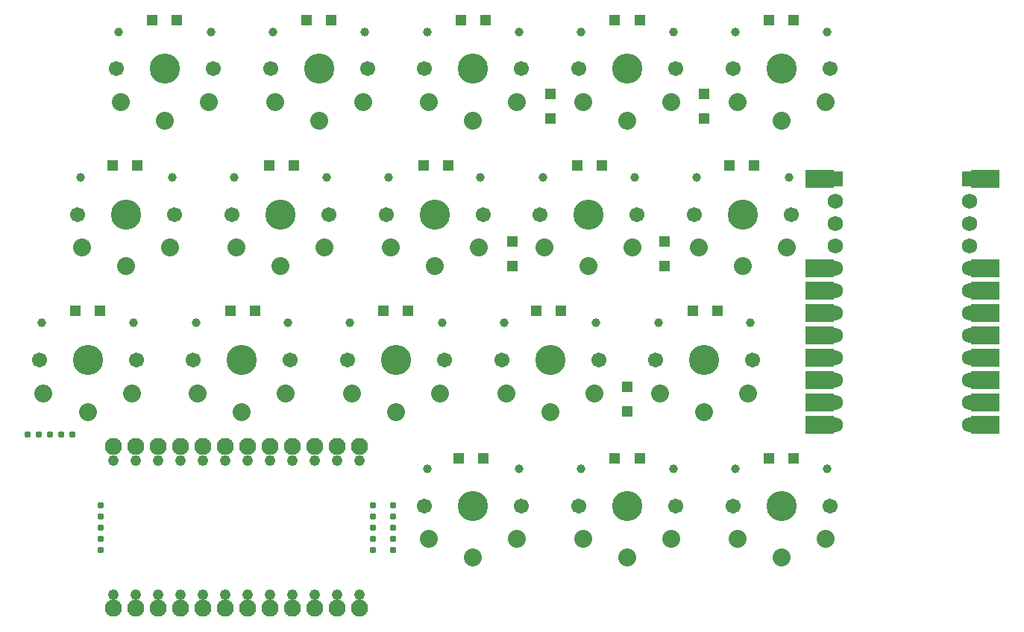
<source format=gbr>
%TF.GenerationSoftware,KiCad,Pcbnew,7.0.0-da2b9df05c~163~ubuntu22.04.1*%
%TF.CreationDate,2023-03-03T11:43:54-08:00*%
%TF.ProjectId,split-single,73706c69-742d-4736-996e-676c652e6b69,rev?*%
%TF.SameCoordinates,Original*%
%TF.FileFunction,Soldermask,Bot*%
%TF.FilePolarity,Negative*%
%FSLAX46Y46*%
G04 Gerber Fmt 4.6, Leading zero omitted, Abs format (unit mm)*
G04 Created by KiCad (PCBNEW 7.0.0-da2b9df05c~163~ubuntu22.04.1) date 2023-03-03 11:43:54*
%MOMM*%
%LPD*%
G01*
G04 APERTURE LIST*
%ADD10R,1.200000X1.200000*%
%ADD11C,1.701800*%
%ADD12C,0.990600*%
%ADD13C,3.429000*%
%ADD14C,2.032000*%
%ADD15C,1.219200*%
%ADD16C,1.953200*%
%ADD17C,0.787400*%
%ADD18C,1.752600*%
%ADD19R,1.752600X1.752600*%
%ADD20R,3.250000X2.000000*%
G04 APERTURE END LIST*
D10*
%TO.C,D16*%
X79849999Y-56499999D03*
X82649999Y-56499999D03*
%TD*%
%TO.C,D9*%
X66849999Y-39999999D03*
X69649999Y-39999999D03*
%TD*%
%TO.C,D5*%
X106099999Y-23499999D03*
X108899999Y-23499999D03*
%TD*%
%TO.C,D8*%
X49099999Y-39999999D03*
X51899999Y-39999999D03*
%TD*%
D11*
%TO.C,SW1*%
X49500000Y-29000000D03*
D12*
X49780000Y-24800000D03*
D13*
X55000000Y-29000000D03*
D12*
X60220000Y-24800000D03*
D11*
X60500000Y-29000000D03*
D14*
X55000000Y-34900000D03*
X50000000Y-32800000D03*
X60000000Y-32800000D03*
%TD*%
D10*
%TO.C,D21*%
X88349999Y-73249999D03*
X91149999Y-73249999D03*
%TD*%
%TO.C,D25*%
X94499999Y-51399999D03*
X94499999Y-48599999D03*
%TD*%
%TO.C,D11*%
X101849999Y-39999999D03*
X104649999Y-39999999D03*
%TD*%
%TO.C,D19*%
X98749999Y-34649999D03*
X98749999Y-31849999D03*
%TD*%
%TO.C,D12*%
X119099999Y-39999999D03*
X121899999Y-39999999D03*
%TD*%
%TO.C,D10*%
X84349999Y-39999999D03*
X87149999Y-39999999D03*
%TD*%
D15*
%TO.C,J4*%
X49156604Y-73500000D03*
D16*
X49156604Y-71930000D03*
D15*
X51696604Y-73500000D03*
D16*
X51696604Y-71930000D03*
D15*
X54236604Y-73500000D03*
D16*
X54236604Y-71930000D03*
D15*
X56776604Y-73500000D03*
D16*
X56776604Y-71930000D03*
D15*
X59316604Y-73500000D03*
D16*
X59316604Y-71930000D03*
D15*
X61856604Y-73500000D03*
D16*
X61856604Y-71930000D03*
D15*
X64396604Y-73500000D03*
D16*
X64396604Y-71930000D03*
D15*
X66936604Y-73500000D03*
D16*
X66936604Y-71930000D03*
D15*
X69476604Y-73500000D03*
D16*
X69476604Y-71930000D03*
D15*
X72016604Y-73500000D03*
D16*
X72016604Y-71930000D03*
D15*
X74556604Y-73500000D03*
D16*
X74556604Y-71930000D03*
D15*
X77096604Y-73500000D03*
D16*
X77096604Y-71930000D03*
%TD*%
D11*
%TO.C,SW7*%
X62625000Y-45550000D03*
D12*
X62905000Y-41350000D03*
D13*
X68125000Y-45550000D03*
D12*
X73345000Y-41350000D03*
D11*
X73625000Y-45550000D03*
D14*
X68125000Y-51450000D03*
X63125000Y-49350000D03*
X73125000Y-49350000D03*
%TD*%
D15*
%TO.C,J3*%
X77096604Y-88740000D03*
D16*
X77096604Y-90310000D03*
D15*
X74556604Y-88740000D03*
D16*
X74556604Y-90310000D03*
D15*
X72016604Y-88740000D03*
D16*
X72016604Y-90310000D03*
D15*
X69476604Y-88740000D03*
D16*
X69476604Y-90310000D03*
D15*
X66936604Y-88740000D03*
D16*
X66936604Y-90310000D03*
D15*
X64396604Y-88740000D03*
D16*
X64396604Y-90310000D03*
D15*
X61856604Y-88740000D03*
D16*
X61856604Y-90310000D03*
D15*
X59316604Y-88740000D03*
D16*
X59316604Y-90310000D03*
D15*
X56776604Y-88740000D03*
D16*
X56776604Y-90310000D03*
D15*
X54236604Y-88740000D03*
D16*
X54236604Y-90310000D03*
D15*
X51696604Y-88740000D03*
D16*
X51696604Y-90310000D03*
D15*
X49156604Y-88740000D03*
D16*
X49156604Y-90310000D03*
%TD*%
D10*
%TO.C,D4*%
X88599999Y-23499999D03*
X91399999Y-23499999D03*
%TD*%
%TO.C,D15*%
X62449999Y-56499999D03*
X65249999Y-56499999D03*
%TD*%
%TO.C,D17*%
X97199999Y-56499999D03*
X99999999Y-56499999D03*
%TD*%
%TO.C,D18*%
X114949999Y-56499999D03*
X117749999Y-56499999D03*
%TD*%
D11*
%TO.C,SW4*%
X102000000Y-29000000D03*
D12*
X102280000Y-24800000D03*
D13*
X107500000Y-29000000D03*
D12*
X112720000Y-24800000D03*
D11*
X113000000Y-29000000D03*
D14*
X107500000Y-34900000D03*
X102500000Y-32800000D03*
X112500000Y-32800000D03*
%TD*%
D11*
%TO.C,SW17*%
X84500000Y-78650000D03*
D12*
X84780000Y-74450000D03*
D13*
X90000000Y-78650000D03*
D12*
X95220000Y-74450000D03*
D11*
X95500000Y-78650000D03*
D14*
X90000000Y-84550000D03*
X85000000Y-82450000D03*
X95000000Y-82450000D03*
%TD*%
D11*
%TO.C,SW10*%
X115125000Y-45550000D03*
D12*
X115405000Y-41350000D03*
D13*
X120625000Y-45550000D03*
D12*
X125845000Y-41350000D03*
D11*
X126125000Y-45550000D03*
D14*
X120625000Y-51450000D03*
X115625000Y-49350000D03*
X125625000Y-49350000D03*
%TD*%
D11*
%TO.C,SW3*%
X84500000Y-29000000D03*
D12*
X84780000Y-24800000D03*
D13*
X90000000Y-29000000D03*
D12*
X95220000Y-24800000D03*
D11*
X95500000Y-29000000D03*
D14*
X90000000Y-34900000D03*
X85000000Y-32800000D03*
X95000000Y-32800000D03*
%TD*%
D17*
%TO.C,REF\u002A\u002A*%
X47731454Y-83684124D03*
X47731454Y-82414124D03*
X47731454Y-81144124D03*
X47731454Y-79874124D03*
X47731454Y-78604124D03*
%TD*%
D10*
%TO.C,D23*%
X123599999Y-73249999D03*
X126399999Y-73249999D03*
%TD*%
%TO.C,D13*%
X107499999Y-67899999D03*
X107499999Y-65099999D03*
%TD*%
D11*
%TO.C,SW12*%
X58250000Y-62100000D03*
D12*
X58530000Y-57900000D03*
D13*
X63750000Y-62100000D03*
D12*
X68970000Y-57900000D03*
D11*
X69250000Y-62100000D03*
D14*
X63750000Y-68000000D03*
X58750000Y-65900000D03*
X68750000Y-65900000D03*
%TD*%
D17*
%TO.C,REF\u002A\u002A*%
X44540000Y-70555150D03*
X43270000Y-70555150D03*
X42000000Y-70555150D03*
X40730000Y-70555150D03*
X39460000Y-70555150D03*
%TD*%
D11*
%TO.C,SW11*%
X40750000Y-62100000D03*
D12*
X41030000Y-57900000D03*
D13*
X46250000Y-62100000D03*
D12*
X51470000Y-57900000D03*
D11*
X51750000Y-62100000D03*
D14*
X46250000Y-68000000D03*
X41250000Y-65900000D03*
X51250000Y-65900000D03*
%TD*%
D10*
%TO.C,D2*%
X53599999Y-23499999D03*
X56399999Y-23499999D03*
%TD*%
D11*
%TO.C,SW14*%
X93250000Y-62100000D03*
D12*
X93530000Y-57900000D03*
D13*
X98750000Y-62100000D03*
D12*
X103970000Y-57900000D03*
D11*
X104250000Y-62100000D03*
D14*
X98750000Y-68000000D03*
X93750000Y-65900000D03*
X103750000Y-65900000D03*
%TD*%
D11*
%TO.C,SW5*%
X119500000Y-29000000D03*
D12*
X119780000Y-24800000D03*
D13*
X125000000Y-29000000D03*
D12*
X130220000Y-24800000D03*
D11*
X130500000Y-29000000D03*
D14*
X125000000Y-34900000D03*
X120000000Y-32800000D03*
X130000000Y-32800000D03*
%TD*%
D10*
%TO.C,D7*%
X111749999Y-51399999D03*
X111749999Y-48599999D03*
%TD*%
D11*
%TO.C,SW13*%
X75750000Y-62100000D03*
D12*
X76030000Y-57900000D03*
D13*
X81250000Y-62100000D03*
D12*
X86470000Y-57900000D03*
D11*
X86750000Y-62100000D03*
D14*
X81250000Y-68000000D03*
X76250000Y-65900000D03*
X86250000Y-65900000D03*
%TD*%
D18*
%TO.C,U1*%
X146370000Y-44056750D03*
X131130000Y-44056750D03*
X146370000Y-46596750D03*
X131130000Y-46596750D03*
X146370000Y-49136750D03*
X131130000Y-49136750D03*
D19*
X131129999Y-41516749D03*
D18*
X131130000Y-51676750D03*
X131130000Y-54216750D03*
X131130000Y-56756750D03*
X131130000Y-59296750D03*
X131130000Y-61836750D03*
X131130000Y-64376750D03*
X131130000Y-66916750D03*
X131130000Y-69456750D03*
X146370000Y-69456750D03*
X146370000Y-66916750D03*
X146370000Y-64376750D03*
X146370000Y-61836750D03*
X146370000Y-59296750D03*
X146370000Y-56756750D03*
X146370000Y-54216750D03*
X146370000Y-51676750D03*
X146370000Y-41516750D03*
%TD*%
D10*
%TO.C,D14*%
X44849999Y-56499999D03*
X47649999Y-56499999D03*
%TD*%
%TO.C,D6*%
X123599999Y-23499999D03*
X126399999Y-23499999D03*
%TD*%
D11*
%TO.C,SW6*%
X45125000Y-45550000D03*
D12*
X45405000Y-41350000D03*
D13*
X50625000Y-45550000D03*
D12*
X55845000Y-41350000D03*
D11*
X56125000Y-45550000D03*
D14*
X50625000Y-51450000D03*
X45625000Y-49350000D03*
X55625000Y-49350000D03*
%TD*%
D11*
%TO.C,SW15*%
X110750000Y-62100000D03*
D12*
X111030000Y-57900000D03*
D13*
X116250000Y-62100000D03*
D12*
X121470000Y-57900000D03*
D11*
X121750000Y-62100000D03*
D14*
X116250000Y-68000000D03*
X111250000Y-65900000D03*
X121250000Y-65900000D03*
%TD*%
D11*
%TO.C,SW8*%
X80125000Y-45550000D03*
D12*
X80405000Y-41350000D03*
D13*
X85625000Y-45550000D03*
D12*
X90845000Y-41350000D03*
D11*
X91125000Y-45550000D03*
D14*
X85625000Y-51450000D03*
X80625000Y-49350000D03*
X90625000Y-49350000D03*
%TD*%
D11*
%TO.C,SW2*%
X67000000Y-29000000D03*
D12*
X67280000Y-24800000D03*
D13*
X72500000Y-29000000D03*
D12*
X77720000Y-24800000D03*
D11*
X78000000Y-29000000D03*
D14*
X72500000Y-34900000D03*
X67500000Y-32800000D03*
X77500000Y-32800000D03*
%TD*%
D10*
%TO.C,D1*%
X116249999Y-34649999D03*
X116249999Y-31849999D03*
%TD*%
D17*
%TO.C,REF\u002A\u002A*%
X80894850Y-83690000D03*
X80894850Y-82420000D03*
X80894850Y-81150000D03*
X80894850Y-79880000D03*
X80894850Y-78610000D03*
%TD*%
D10*
%TO.C,D22*%
X106099999Y-73249999D03*
X108899999Y-73249999D03*
%TD*%
D11*
%TO.C,SW9*%
X97625000Y-45550000D03*
D12*
X97905000Y-41350000D03*
D13*
X103125000Y-45550000D03*
D12*
X108345000Y-41350000D03*
D11*
X108625000Y-45550000D03*
D14*
X103125000Y-51450000D03*
X98125000Y-49350000D03*
X108125000Y-49350000D03*
%TD*%
D17*
%TO.C,REF\u002A\u002A*%
X80894850Y-83690000D03*
X80894850Y-82420000D03*
X80894850Y-81150000D03*
X80894850Y-79880000D03*
X80894850Y-78610000D03*
%TD*%
D10*
%TO.C,D3*%
X71099999Y-23499999D03*
X73899999Y-23499999D03*
%TD*%
D11*
%TO.C,SW18*%
X102000000Y-78650000D03*
D12*
X102280000Y-74450000D03*
D13*
X107500000Y-78650000D03*
D12*
X112720000Y-74450000D03*
D11*
X113000000Y-78650000D03*
D14*
X107500000Y-84550000D03*
X102500000Y-82450000D03*
X112500000Y-82450000D03*
%TD*%
D17*
%TO.C,REF\u002A\u002A*%
X78591754Y-78604124D03*
X78591754Y-79874124D03*
X78591754Y-81144124D03*
X78591754Y-82414124D03*
X78591754Y-83684124D03*
%TD*%
D11*
%TO.C,SW19*%
X119500000Y-78650000D03*
D12*
X119780000Y-74450000D03*
D13*
X125000000Y-78650000D03*
D12*
X130220000Y-74450000D03*
D11*
X130500000Y-78650000D03*
D14*
X125000000Y-84550000D03*
X120000000Y-82450000D03*
X130000000Y-82450000D03*
%TD*%
D18*
%TO.C,U2*%
X146370000Y-44056750D03*
X131130000Y-44056750D03*
X146370000Y-46596750D03*
X131130000Y-46596750D03*
X146370000Y-49136750D03*
X131130000Y-49136750D03*
D20*
X148147999Y-41516749D03*
D19*
X146369999Y-41516749D03*
D20*
X148147999Y-51676749D03*
D18*
X146370000Y-51676750D03*
D20*
X148147999Y-54216749D03*
D18*
X146370000Y-54216750D03*
D20*
X148147999Y-56756749D03*
D18*
X146370000Y-56756750D03*
D20*
X148147999Y-59296749D03*
D18*
X146370000Y-59296750D03*
D20*
X148147999Y-61836749D03*
D18*
X146370000Y-61836750D03*
D20*
X148147999Y-64376749D03*
D18*
X146370000Y-64376750D03*
D20*
X148147999Y-66916749D03*
D18*
X146370000Y-66916750D03*
D20*
X148147999Y-69456749D03*
D18*
X146370000Y-69456750D03*
X131130000Y-69456750D03*
D20*
X129351999Y-69456749D03*
D18*
X131130000Y-66916750D03*
D20*
X129351999Y-66916749D03*
D18*
X131130000Y-64376750D03*
D20*
X129351999Y-64376749D03*
D18*
X131130000Y-61836750D03*
D20*
X129351999Y-61836749D03*
D18*
X131130000Y-59296750D03*
D20*
X129351999Y-59296749D03*
D18*
X131130000Y-56756750D03*
D20*
X129351999Y-56756749D03*
D18*
X131130000Y-54216750D03*
D20*
X129351999Y-54216749D03*
D18*
X131130000Y-51676750D03*
D20*
X129351999Y-51676749D03*
D18*
X131130000Y-41516750D03*
D20*
X129351999Y-41516749D03*
%TD*%
M02*

</source>
